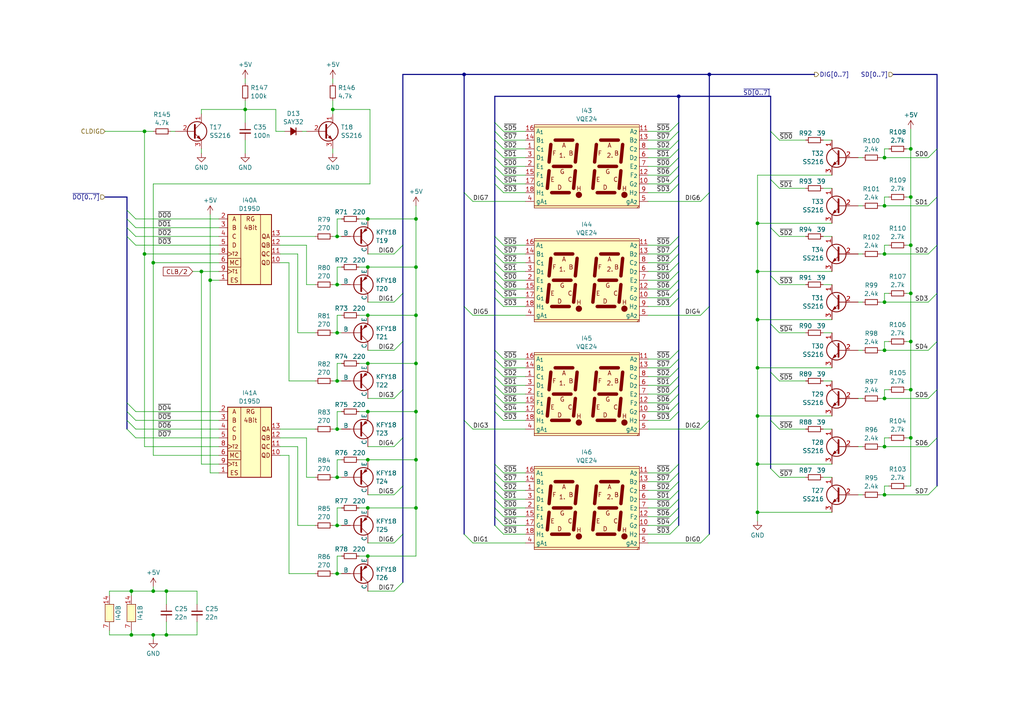
<source format=kicad_sch>
(kicad_sch (version 20230121) (generator eeschema)
  (paper "A4")
  (title_block (title "Display"))
  (junction (at 264.16 71.12))
  (junction (at 48.26 184.15))
  (junction (at 58.42 78.74))
  (junction (at 97.79 124.46))
  (junction (at 264.16 57.15))
  (junction (at 256.54 101.6))
  (junction (at 97.79 68.58))
  (junction (at 41.91 73.66))
  (junction (at 256.54 45.72))
  (junction (at 38.1 184.15))
  (junction (at 219.71 64.77))
  (junction (at 120.65 133.35))
  (junction (at 256.54 59.69))
  (junction (at 219.71 148.59))
  (junction (at 256.54 129.54))
  (junction (at 97.79 152.4))
  (junction (at 106.68 147.32))
  (junction (at 106.68 77.47))
  (junction (at 120.65 77.47))
  (junction (at 97.79 166.37))
  (junction (at 97.79 82.55))
  (junction (at 97.79 96.52))
  (junction (at 120.65 63.5))
  (junction (at 256.54 73.66))
  (junction (at 256.54 87.63))
  (junction (at 219.71 78.74))
  (junction (at 48.26 171.45))
  (junction (at 44.45 76.2))
  (junction (at 256.54 115.57))
  (junction (at 134.62 21.59))
  (junction (at 256.54 143.51))
  (junction (at 196.85 27.94))
  (junction (at 264.16 85.09))
  (junction (at 264.16 43.18))
  (junction (at 264.16 99.06))
  (junction (at 264.16 113.03))
  (junction (at 120.65 105.41))
  (junction (at 219.71 106.68))
  (junction (at 219.71 134.62))
  (junction (at 106.68 91.44))
  (junction (at 106.68 161.29))
  (junction (at 219.71 120.65))
  (junction (at 96.52 31.75))
  (junction (at 205.74 21.59))
  (junction (at 44.45 171.45))
  (junction (at 106.68 105.41))
  (junction (at 44.45 184.15))
  (junction (at 60.96 81.28))
  (junction (at 97.79 138.43))
  (junction (at 264.16 127))
  (junction (at 120.65 91.44))
  (junction (at 106.68 119.38))
  (junction (at 38.1 171.45))
  (junction (at 120.65 119.38))
  (junction (at 71.12 31.75))
  (junction (at 120.65 147.32))
  (junction (at 41.91 38.1))
  (junction (at 106.68 63.5))
  (junction (at 97.79 110.49))
  (junction (at 219.71 92.71))
  (junction (at 106.68 133.35))
  (bus_entry (at 36.83 124.46) (size 2.54 2.54))
  (bus_entry (at 223.52 93.98) (size 2.54 2.54))
  (bus_entry (at 143.51 40.64) (size 2.54 2.54))
  (bus_entry (at 36.83 68.58) (size 2.54 2.54))
  (bus_entry (at 196.85 139.7) (size -2.54 2.54))
  (bus_entry (at 116.84 113.03) (size -2.54 2.54))
  (bus_entry (at 271.78 127) (size -2.54 2.54))
  (bus_entry (at 36.83 63.5) (size 2.54 2.54))
  (bus_entry (at 134.62 55.88) (size 2.54 2.54))
  (bus_entry (at 36.83 119.38) (size 2.54 2.54))
  (bus_entry (at 271.78 57.15) (size -2.54 2.54))
  (bus_entry (at 134.62 154.94) (size 2.54 2.54))
  (bus_entry (at 196.85 147.32) (size -2.54 2.54))
  (bus_entry (at 271.78 85.09) (size -2.54 2.54))
  (bus_entry (at 196.85 101.6) (size -2.54 2.54))
  (bus_entry (at 143.51 104.14) (size 2.54 2.54))
  (bus_entry (at 205.74 121.92) (size -2.54 2.54))
  (bus_entry (at 196.85 43.18) (size -2.54 2.54))
  (bus_entry (at 271.78 71.12) (size -2.54 2.54))
  (bus_entry (at 143.51 106.68) (size 2.54 2.54))
  (bus_entry (at 116.84 154.94) (size -2.54 2.54))
  (bus_entry (at 36.83 66.04) (size 2.54 2.54))
  (bus_entry (at 143.51 81.28) (size 2.54 2.54))
  (bus_entry (at 116.84 85.09) (size -2.54 2.54))
  (bus_entry (at 116.84 99.06) (size -2.54 2.54))
  (bus_entry (at 143.51 144.78) (size 2.54 2.54))
  (bus_entry (at 196.85 45.72) (size -2.54 2.54))
  (bus_entry (at 196.85 104.14) (size -2.54 2.54))
  (bus_entry (at 143.51 43.18) (size 2.54 2.54))
  (bus_entry (at 205.74 154.94) (size -2.54 2.54))
  (bus_entry (at 196.85 86.36) (size -2.54 2.54))
  (bus_entry (at 116.84 140.97) (size -2.54 2.54))
  (bus_entry (at 196.85 38.1) (size -2.54 2.54))
  (bus_entry (at 196.85 114.3) (size -2.54 2.54))
  (bus_entry (at 196.85 144.78) (size -2.54 2.54))
  (bus_entry (at 143.51 86.36) (size 2.54 2.54))
  (bus_entry (at 116.84 71.12) (size -2.54 2.54))
  (bus_entry (at 196.85 106.68) (size -2.54 2.54))
  (bus_entry (at 143.51 152.4) (size 2.54 2.54))
  (bus_entry (at 143.51 78.74) (size 2.54 2.54))
  (bus_entry (at 223.52 52.07) (size 2.54 2.54))
  (bus_entry (at 196.85 40.64) (size -2.54 2.54))
  (bus_entry (at 223.52 38.1) (size 2.54 2.54))
  (bus_entry (at 196.85 142.24) (size -2.54 2.54))
  (bus_entry (at 143.51 114.3) (size 2.54 2.54))
  (bus_entry (at 116.84 127) (size -2.54 2.54))
  (bus_entry (at 196.85 111.76) (size -2.54 2.54))
  (bus_entry (at 205.74 55.88) (size -2.54 2.54))
  (bus_entry (at 196.85 134.62) (size -2.54 2.54))
  (bus_entry (at 134.62 88.9) (size 2.54 2.54))
  (bus_entry (at 143.51 109.22) (size 2.54 2.54))
  (bus_entry (at 196.85 109.22) (size -2.54 2.54))
  (bus_entry (at 196.85 119.38) (size -2.54 2.54))
  (bus_entry (at 223.52 66.04) (size 2.54 2.54))
  (bus_entry (at 134.62 121.92) (size 2.54 2.54))
  (bus_entry (at 143.51 68.58) (size 2.54 2.54))
  (bus_entry (at 143.51 71.12) (size 2.54 2.54))
  (bus_entry (at 143.51 50.8) (size 2.54 2.54))
  (bus_entry (at 196.85 78.74) (size -2.54 2.54))
  (bus_entry (at 196.85 68.58) (size -2.54 2.54))
  (bus_entry (at 196.85 81.28) (size -2.54 2.54))
  (bus_entry (at 196.85 53.34) (size -2.54 2.54))
  (bus_entry (at 143.51 137.16) (size 2.54 2.54))
  (bus_entry (at 143.51 35.56) (size 2.54 2.54))
  (bus_entry (at 196.85 71.12) (size -2.54 2.54))
  (bus_entry (at 196.85 152.4) (size -2.54 2.54))
  (bus_entry (at 196.85 116.84) (size -2.54 2.54))
  (bus_entry (at 196.85 83.82) (size -2.54 2.54))
  (bus_entry (at 223.52 80.01) (size 2.54 2.54))
  (bus_entry (at 223.52 135.89) (size 2.54 2.54))
  (bus_entry (at 196.85 76.2) (size -2.54 2.54))
  (bus_entry (at 143.51 134.62) (size 2.54 2.54))
  (bus_entry (at 196.85 73.66) (size -2.54 2.54))
  (bus_entry (at 36.83 121.92) (size 2.54 2.54))
  (bus_entry (at 223.52 107.95) (size 2.54 2.54))
  (bus_entry (at 196.85 50.8) (size -2.54 2.54))
  (bus_entry (at 143.51 45.72) (size 2.54 2.54))
  (bus_entry (at 143.51 73.66) (size 2.54 2.54))
  (bus_entry (at 143.51 53.34) (size 2.54 2.54))
  (bus_entry (at 143.51 119.38) (size 2.54 2.54))
  (bus_entry (at 143.51 147.32) (size 2.54 2.54))
  (bus_entry (at 271.78 99.06) (size -2.54 2.54))
  (bus_entry (at 196.85 137.16) (size -2.54 2.54))
  (bus_entry (at 143.51 149.86) (size 2.54 2.54))
  (bus_entry (at 143.51 83.82) (size 2.54 2.54))
  (bus_entry (at 271.78 113.03) (size -2.54 2.54))
  (bus_entry (at 36.83 60.96) (size 2.54 2.54))
  (bus_entry (at 143.51 111.76) (size 2.54 2.54))
  (bus_entry (at 196.85 48.26) (size -2.54 2.54))
  (bus_entry (at 116.84 168.91) (size -2.54 2.54))
  (bus_entry (at 143.51 48.26) (size 2.54 2.54))
  (bus_entry (at 143.51 101.6) (size 2.54 2.54))
  (bus_entry (at 271.78 140.97) (size -2.54 2.54))
  (bus_entry (at 196.85 149.86) (size -2.54 2.54))
  (bus_entry (at 271.78 43.18) (size -2.54 2.54))
  (bus_entry (at 143.51 116.84) (size 2.54 2.54))
  (bus_entry (at 143.51 76.2) (size 2.54 2.54))
  (bus_entry (at 143.51 38.1) (size 2.54 2.54))
  (bus_entry (at 36.83 116.84) (size 2.54 2.54))
  (bus_entry (at 223.52 121.92) (size 2.54 2.54))
  (bus_entry (at 205.74 88.9) (size -2.54 2.54))
  (bus_entry (at 196.85 35.56) (size -2.54 2.54))
  (bus_entry (at 143.51 139.7) (size 2.54 2.54))
  (bus_entry (at 143.51 142.24) (size 2.54 2.54))
  (wire (pts (xy 106.68 115.57) (xy 114.3 115.57)))
  (wire (pts (xy 88.9 127) (xy 88.9 138.43)))
  (wire (pts (xy 120.65 161.29) (xy 120.65 147.32)))
  (wire (pts (xy 38.1 182.88) (xy 38.1 184.15)))
  (wire (pts (xy 104.14 77.47) (xy 106.68 77.47)))
  (wire (pts (xy 146.05 119.38) (xy 152.4 119.38)))
  (bus (pts (xy 196.85 50.8) (xy 196.85 53.34)))
  (wire (pts (xy 264.16 113.03) (xy 264.16 127)))
  (wire (pts (xy 49.53 38.1) (xy 50.8 38.1)))
  (wire (pts (xy 97.79 91.44) (xy 97.79 96.52)))
  (wire (pts (xy 146.05 152.4) (xy 152.4 152.4)))
  (wire (pts (xy 30.48 38.1) (xy 41.91 38.1)))
  (wire (pts (xy 31.75 171.45) (xy 38.1 171.45)))
  (wire (pts (xy 38.1 171.45) (xy 38.1 172.72)))
  (wire (pts (xy 262.89 43.18) (xy 264.16 43.18)))
  (wire (pts (xy 44.45 171.45) (xy 44.45 170.18)))
  (bus (pts (xy 143.51 106.68) (xy 143.51 109.22)))
  (bus (pts (xy 196.85 71.12) (xy 196.85 73.66)))
  (wire (pts (xy 106.68 91.44) (xy 120.65 91.44)))
  (bus (pts (xy 143.51 104.14) (xy 143.51 106.68)))
  (wire (pts (xy 39.37 127) (xy 63.5 127)))
  (wire (pts (xy 31.75 184.15) (xy 38.1 184.15)))
  (wire (pts (xy 255.27 129.54) (xy 256.54 129.54)))
  (bus (pts (xy 223.52 66.04) (xy 223.52 80.01)))
  (wire (pts (xy 81.28 73.66) (xy 86.36 73.66)))
  (bus (pts (xy 196.85 83.82) (xy 196.85 86.36)))
  (wire (pts (xy 256.54 140.97) (xy 257.81 140.97)))
  (bus (pts (xy 271.78 99.06) (xy 271.78 113.03)))
  (wire (pts (xy 80.01 31.75) (xy 71.12 31.75)))
  (wire (pts (xy 256.54 71.12) (xy 257.81 71.12)))
  (bus (pts (xy 271.78 57.15) (xy 271.78 71.12)))
  (wire (pts (xy 83.82 166.37) (xy 91.44 166.37)))
  (wire (pts (xy 97.79 124.46) (xy 99.06 124.46)))
  (wire (pts (xy 219.71 134.62) (xy 219.71 148.59)))
  (wire (pts (xy 99.06 91.44) (xy 97.79 91.44)))
  (wire (pts (xy 146.05 121.92) (xy 152.4 121.92)))
  (wire (pts (xy 146.05 50.8) (xy 152.4 50.8)))
  (wire (pts (xy 146.05 111.76) (xy 152.4 111.76)))
  (wire (pts (xy 187.96 121.92) (xy 194.31 121.92)))
  (wire (pts (xy 187.96 43.18) (xy 194.31 43.18)))
  (wire (pts (xy 256.54 57.15) (xy 257.81 57.15)))
  (wire (pts (xy 187.96 53.34) (xy 194.31 53.34)))
  (wire (pts (xy 256.54 87.63) (xy 269.24 87.63)))
  (wire (pts (xy 44.45 132.08) (xy 63.5 132.08)))
  (bus (pts (xy 196.85 68.58) (xy 196.85 71.12)))
  (wire (pts (xy 58.42 134.62) (xy 63.5 134.62)))
  (bus (pts (xy 196.85 53.34) (xy 196.85 68.58)))
  (wire (pts (xy 187.96 81.28) (xy 194.31 81.28)))
  (wire (pts (xy 187.96 71.12) (xy 194.31 71.12)))
  (wire (pts (xy 187.96 149.86) (xy 194.31 149.86)))
  (wire (pts (xy 60.96 137.16) (xy 63.5 137.16)))
  (bus (pts (xy 196.85 78.74) (xy 196.85 81.28)))
  (wire (pts (xy 146.05 40.64) (xy 152.4 40.64)))
  (wire (pts (xy 248.92 143.51) (xy 250.19 143.51)))
  (wire (pts (xy 256.54 59.69) (xy 269.24 59.69)))
  (wire (pts (xy 248.92 87.63) (xy 250.19 87.63)))
  (bus (pts (xy 143.51 27.94) (xy 196.85 27.94)))
  (bus (pts (xy 196.85 35.56) (xy 196.85 38.1)))
  (bus (pts (xy 143.51 43.18) (xy 143.51 45.72)))
  (wire (pts (xy 264.16 99.06) (xy 264.16 113.03)))
  (wire (pts (xy 264.16 71.12) (xy 264.16 85.09)))
  (wire (pts (xy 146.05 38.1) (xy 152.4 38.1)))
  (bus (pts (xy 116.84 99.06) (xy 116.84 113.03)))
  (wire (pts (xy 146.05 53.34) (xy 152.4 53.34)))
  (wire (pts (xy 219.71 78.74) (xy 241.3 78.74)))
  (wire (pts (xy 226.06 96.52) (xy 233.68 96.52)))
  (wire (pts (xy 187.96 137.16) (xy 194.31 137.16)))
  (wire (pts (xy 83.82 76.2) (xy 83.82 110.49)))
  (bus (pts (xy 223.52 27.94) (xy 223.52 38.1)))
  (wire (pts (xy 146.05 73.66) (xy 152.4 73.66)))
  (wire (pts (xy 38.1 171.45) (xy 44.45 171.45)))
  (wire (pts (xy 96.52 31.75) (xy 96.52 33.02)))
  (wire (pts (xy 219.71 106.68) (xy 241.3 106.68)))
  (wire (pts (xy 146.05 104.14) (xy 152.4 104.14)))
  (wire (pts (xy 219.71 134.62) (xy 241.3 134.62)))
  (bus (pts (xy 196.85 111.76) (xy 196.85 114.3)))
  (wire (pts (xy 264.16 57.15) (xy 264.16 71.12)))
  (bus (pts (xy 205.74 21.59) (xy 205.74 55.88)))
  (bus (pts (xy 134.62 121.92) (xy 134.62 154.94)))
  (wire (pts (xy 248.92 59.69) (xy 250.19 59.69)))
  (wire (pts (xy 120.65 147.32) (xy 120.65 133.35)))
  (wire (pts (xy 106.68 171.45) (xy 114.3 171.45)))
  (wire (pts (xy 99.06 161.29) (xy 97.79 161.29)))
  (wire (pts (xy 255.27 87.63) (xy 256.54 87.63)))
  (wire (pts (xy 106.68 129.54) (xy 114.3 129.54)))
  (bus (pts (xy 196.85 86.36) (xy 196.85 101.6)))
  (wire (pts (xy 264.16 43.18) (xy 264.16 57.15)))
  (wire (pts (xy 86.36 129.54) (xy 86.36 152.4)))
  (wire (pts (xy 219.71 148.59) (xy 219.71 151.13)))
  (wire (pts (xy 97.79 152.4) (xy 96.52 152.4)))
  (wire (pts (xy 58.42 78.74) (xy 58.42 134.62)))
  (wire (pts (xy 146.05 88.9) (xy 152.4 88.9)))
  (bus (pts (xy 116.84 85.09) (xy 116.84 99.06)))
  (bus (pts (xy 134.62 55.88) (xy 134.62 88.9)))
  (bus (pts (xy 116.84 71.12) (xy 116.84 85.09)))
  (wire (pts (xy 44.45 76.2) (xy 63.5 76.2)))
  (bus (pts (xy 196.85 101.6) (xy 196.85 104.14)))
  (bus (pts (xy 196.85 73.66) (xy 196.85 76.2)))
  (wire (pts (xy 97.79 82.55) (xy 99.06 82.55)))
  (wire (pts (xy 256.54 129.54) (xy 256.54 127)))
  (wire (pts (xy 187.96 78.74) (xy 194.31 78.74)))
  (wire (pts (xy 256.54 87.63) (xy 256.54 85.09)))
  (wire (pts (xy 219.71 64.77) (xy 241.3 64.77)))
  (wire (pts (xy 107.315 53.34) (xy 44.45 53.34)))
  (wire (pts (xy 146.05 144.78) (xy 152.4 144.78)))
  (wire (pts (xy 83.82 132.08) (xy 83.82 166.37)))
  (wire (pts (xy 97.79 77.47) (xy 97.79 82.55)))
  (wire (pts (xy 256.54 115.57) (xy 269.24 115.57)))
  (wire (pts (xy 262.89 57.15) (xy 264.16 57.15)))
  (bus (pts (xy 143.51 142.24) (xy 143.51 144.78)))
  (wire (pts (xy 262.89 140.97) (xy 264.16 140.97)))
  (wire (pts (xy 88.9 71.12) (xy 88.9 82.55)))
  (wire (pts (xy 38.1 184.15) (xy 44.45 184.15)))
  (wire (pts (xy 39.37 71.12) (xy 63.5 71.12)))
  (wire (pts (xy 106.68 77.47) (xy 120.65 77.47)))
  (wire (pts (xy 120.65 133.35) (xy 120.65 119.38)))
  (wire (pts (xy 187.96 114.3) (xy 194.31 114.3)))
  (wire (pts (xy 226.06 68.58) (xy 233.68 68.58)))
  (wire (pts (xy 39.37 119.38) (xy 63.5 119.38)))
  (wire (pts (xy 256.54 73.66) (xy 269.24 73.66)))
  (wire (pts (xy 81.28 124.46) (xy 91.44 124.46)))
  (bus (pts (xy 196.85 116.84) (xy 196.85 119.38)))
  (wire (pts (xy 187.96 116.84) (xy 194.31 116.84)))
  (wire (pts (xy 57.15 171.45) (xy 48.26 171.45)))
  (bus (pts (xy 259.08 21.59) (xy 271.78 21.59)))
  (wire (pts (xy 99.06 147.32) (xy 97.79 147.32)))
  (wire (pts (xy 146.05 116.84) (xy 152.4 116.84)))
  (wire (pts (xy 81.28 132.08) (xy 83.82 132.08)))
  (wire (pts (xy 264.16 85.09) (xy 264.16 99.06)))
  (wire (pts (xy 97.79 110.49) (xy 99.06 110.49)))
  (wire (pts (xy 146.05 45.72) (xy 152.4 45.72)))
  (wire (pts (xy 106.68 143.51) (xy 114.3 143.51)))
  (wire (pts (xy 255.27 115.57) (xy 256.54 115.57)))
  (wire (pts (xy 219.71 120.65) (xy 241.3 120.65)))
  (bus (pts (xy 196.85 106.68) (xy 196.85 109.22)))
  (bus (pts (xy 116.84 127) (xy 116.84 140.97)))
  (bus (pts (xy 196.85 142.24) (xy 196.85 144.78)))
  (bus (pts (xy 196.85 137.16) (xy 196.85 139.7)))
  (bus (pts (xy 196.85 81.28) (xy 196.85 83.82)))
  (bus (pts (xy 143.51 139.7) (xy 143.51 142.24)))
  (wire (pts (xy 187.96 86.36) (xy 194.31 86.36)))
  (wire (pts (xy 81.28 127) (xy 88.9 127)))
  (wire (pts (xy 71.12 31.75) (xy 71.12 35.56)))
  (wire (pts (xy 262.89 113.03) (xy 264.16 113.03)))
  (bus (pts (xy 143.51 27.94) (xy 143.51 35.56)))
  (wire (pts (xy 57.15 184.15) (xy 57.15 180.34)))
  (bus (pts (xy 196.85 147.32) (xy 196.85 149.86)))
  (bus (pts (xy 223.52 121.92) (xy 223.52 135.89)))
  (wire (pts (xy 256.54 101.6) (xy 269.24 101.6)))
  (wire (pts (xy 44.45 53.34) (xy 44.45 76.2)))
  (bus (pts (xy 116.84 21.59) (xy 134.62 21.59)))
  (bus (pts (xy 196.85 27.94) (xy 223.52 27.94)))
  (wire (pts (xy 97.79 161.29) (xy 97.79 166.37)))
  (wire (pts (xy 256.54 45.72) (xy 269.24 45.72)))
  (wire (pts (xy 146.05 106.68) (xy 152.4 106.68)))
  (bus (pts (xy 143.51 76.2) (xy 143.51 78.74)))
  (wire (pts (xy 187.96 157.48) (xy 203.2 157.48)))
  (wire (pts (xy 226.06 138.43) (xy 233.68 138.43)))
  (wire (pts (xy 187.96 142.24) (xy 194.31 142.24)))
  (wire (pts (xy 97.79 152.4) (xy 99.06 152.4)))
  (wire (pts (xy 262.89 71.12) (xy 264.16 71.12)))
  (wire (pts (xy 81.28 71.12) (xy 88.9 71.12)))
  (wire (pts (xy 104.14 119.38) (xy 106.68 119.38)))
  (bus (pts (xy 205.74 88.9) (xy 205.74 121.92)))
  (wire (pts (xy 187.96 111.76) (xy 194.31 111.76)))
  (wire (pts (xy 80.01 38.1) (xy 80.01 31.75)))
  (bus (pts (xy 143.51 86.36) (xy 143.51 101.6)))
  (wire (pts (xy 39.37 63.5) (xy 63.5 63.5)))
  (wire (pts (xy 104.14 63.5) (xy 106.68 63.5)))
  (bus (pts (xy 196.85 48.26) (xy 196.85 50.8)))
  (wire (pts (xy 44.45 76.2) (xy 44.45 132.08)))
  (wire (pts (xy 187.96 48.26) (xy 194.31 48.26)))
  (bus (pts (xy 223.52 107.95) (xy 223.52 121.92)))
  (wire (pts (xy 97.79 166.37) (xy 96.52 166.37)))
  (wire (pts (xy 60.96 81.28) (xy 63.5 81.28)))
  (wire (pts (xy 187.96 106.68) (xy 194.31 106.68)))
  (bus (pts (xy 143.51 116.84) (xy 143.51 119.38)))
  (wire (pts (xy 96.52 29.21) (xy 96.52 31.75)))
  (wire (pts (xy 97.79 138.43) (xy 99.06 138.43)))
  (bus (pts (xy 271.78 21.59) (xy 271.78 43.18)))
  (bus (pts (xy 143.51 73.66) (xy 143.51 76.2)))
  (bus (pts (xy 271.78 127) (xy 271.78 140.97)))
  (bus (pts (xy 116.84 140.97) (xy 116.84 154.94)))
  (wire (pts (xy 81.28 68.58) (xy 91.44 68.58)))
  (bus (pts (xy 143.51 45.72) (xy 143.51 48.26)))
  (wire (pts (xy 219.71 64.77) (xy 219.71 78.74)))
  (bus (pts (xy 143.51 83.82) (xy 143.51 86.36)))
  (wire (pts (xy 96.52 31.75) (xy 107.315 31.75)))
  (wire (pts (xy 238.76 68.58) (xy 241.3 68.58)))
  (wire (pts (xy 48.26 171.45) (xy 48.26 175.26)))
  (wire (pts (xy 120.65 59.69) (xy 120.65 63.5)))
  (wire (pts (xy 60.96 62.23) (xy 60.96 81.28)))
  (bus (pts (xy 134.62 88.9) (xy 134.62 121.92)))
  (bus (pts (xy 196.85 38.1) (xy 196.85 40.64)))
  (bus (pts (xy 116.84 21.59) (xy 116.84 71.12)))
  (wire (pts (xy 107.315 31.75) (xy 107.315 53.34)))
  (wire (pts (xy 187.96 124.46) (xy 203.2 124.46)))
  (wire (pts (xy 187.96 91.44) (xy 203.2 91.44)))
  (bus (pts (xy 271.78 43.18) (xy 271.78 57.15)))
  (wire (pts (xy 106.68 119.38) (xy 120.65 119.38)))
  (wire (pts (xy 255.27 45.72) (xy 256.54 45.72)))
  (bus (pts (xy 36.83 116.84) (xy 36.83 119.38)))
  (bus (pts (xy 143.51 38.1) (xy 143.51 40.64)))
  (wire (pts (xy 31.75 172.72) (xy 31.75 171.45)))
  (wire (pts (xy 256.54 115.57) (xy 256.54 113.03)))
  (wire (pts (xy 104.14 91.44) (xy 106.68 91.44)))
  (wire (pts (xy 248.92 129.54) (xy 250.19 129.54)))
  (wire (pts (xy 97.79 147.32) (xy 97.79 152.4)))
  (wire (pts (xy 219.71 148.59) (xy 241.3 148.59)))
  (bus (pts (xy 143.51 109.22) (xy 143.51 111.76)))
  (wire (pts (xy 226.06 124.46) (xy 233.68 124.46)))
  (wire (pts (xy 146.05 154.94) (xy 152.4 154.94)))
  (wire (pts (xy 146.05 86.36) (xy 152.4 86.36)))
  (wire (pts (xy 146.05 137.16) (xy 152.4 137.16)))
  (wire (pts (xy 238.76 124.46) (xy 241.3 124.46)))
  (wire (pts (xy 41.91 73.66) (xy 63.5 73.66)))
  (wire (pts (xy 238.76 96.52) (xy 241.3 96.52)))
  (bus (pts (xy 271.78 85.09) (xy 271.78 99.06)))
  (wire (pts (xy 97.79 96.52) (xy 96.52 96.52)))
  (wire (pts (xy 255.27 143.51) (xy 256.54 143.51)))
  (bus (pts (xy 196.85 134.62) (xy 196.85 137.16)))
  (wire (pts (xy 106.68 63.5) (xy 120.65 63.5)))
  (wire (pts (xy 248.92 101.6) (xy 250.19 101.6)))
  (wire (pts (xy 256.54 127) (xy 257.81 127)))
  (wire (pts (xy 219.71 50.8) (xy 241.3 50.8)))
  (wire (pts (xy 137.16 58.42) (xy 152.4 58.42)))
  (wire (pts (xy 146.05 55.88) (xy 152.4 55.88)))
  (bus (pts (xy 116.84 113.03) (xy 116.84 127)))
  (wire (pts (xy 146.05 139.7) (xy 152.4 139.7)))
  (wire (pts (xy 57.15 175.26) (xy 57.15 171.45)))
  (wire (pts (xy 104.14 133.35) (xy 106.68 133.35)))
  (bus (pts (xy 134.62 21.59) (xy 205.74 21.59)))
  (wire (pts (xy 99.06 105.41) (xy 97.79 105.41)))
  (wire (pts (xy 31.75 182.88) (xy 31.75 184.15)))
  (wire (pts (xy 137.16 157.48) (xy 152.4 157.48)))
  (wire (pts (xy 39.37 124.46) (xy 63.5 124.46)))
  (wire (pts (xy 248.92 45.72) (xy 250.19 45.72)))
  (wire (pts (xy 55.88 78.74) (xy 58.42 78.74)))
  (wire (pts (xy 99.06 77.47) (xy 97.79 77.47)))
  (bus (pts (xy 205.74 55.88) (xy 205.74 88.9)))
  (bus (pts (xy 223.52 93.98) (xy 223.52 107.95)))
  (wire (pts (xy 146.05 78.74) (xy 152.4 78.74)))
  (wire (pts (xy 187.96 152.4) (xy 194.31 152.4)))
  (wire (pts (xy 97.79 68.58) (xy 99.06 68.58)))
  (wire (pts (xy 106.68 157.48) (xy 114.3 157.48)))
  (wire (pts (xy 264.16 127) (xy 264.16 140.97)))
  (wire (pts (xy 187.96 154.94) (xy 194.31 154.94)))
  (wire (pts (xy 39.37 68.58) (xy 63.5 68.58)))
  (wire (pts (xy 82.55 38.1) (xy 80.01 38.1)))
  (bus (pts (xy 143.51 71.12) (xy 143.51 73.66)))
  (wire (pts (xy 238.76 54.61) (xy 241.3 54.61)))
  (wire (pts (xy 219.71 120.65) (xy 219.71 134.62)))
  (bus (pts (xy 143.51 119.38) (xy 143.51 134.62)))
  (wire (pts (xy 97.79 110.49) (xy 96.52 110.49)))
  (wire (pts (xy 41.91 129.54) (xy 63.5 129.54)))
  (bus (pts (xy 143.51 68.58) (xy 143.51 71.12)))
  (wire (pts (xy 256.54 99.06) (xy 257.81 99.06)))
  (wire (pts (xy 44.45 184.15) (xy 44.45 185.42)))
  (bus (pts (xy 143.51 144.78) (xy 143.51 147.32)))
  (bus (pts (xy 196.85 27.94) (xy 196.85 35.56)))
  (bus (pts (xy 143.51 35.56) (xy 143.51 38.1)))
  (wire (pts (xy 96.52 43.18) (xy 96.52 44.45)))
  (wire (pts (xy 219.71 106.68) (xy 219.71 120.65)))
  (wire (pts (xy 86.36 152.4) (xy 91.44 152.4)))
  (wire (pts (xy 146.05 43.18) (xy 152.4 43.18)))
  (wire (pts (xy 256.54 143.51) (xy 256.54 140.97)))
  (wire (pts (xy 187.96 104.14) (xy 194.31 104.14)))
  (wire (pts (xy 187.96 73.66) (xy 194.31 73.66)))
  (wire (pts (xy 187.96 40.64) (xy 194.31 40.64)))
  (bus (pts (xy 143.51 114.3) (xy 143.51 116.84)))
  (wire (pts (xy 146.05 48.26) (xy 152.4 48.26)))
  (wire (pts (xy 97.79 96.52) (xy 99.06 96.52)))
  (wire (pts (xy 238.76 40.64) (xy 241.3 40.64)))
  (wire (pts (xy 58.42 78.74) (xy 63.5 78.74)))
  (wire (pts (xy 106.68 161.29) (xy 120.65 161.29)))
  (bus (pts (xy 36.83 119.38) (xy 36.83 121.92)))
  (wire (pts (xy 96.52 22.86) (xy 96.52 24.13)))
  (wire (pts (xy 99.06 133.35) (xy 97.79 133.35)))
  (wire (pts (xy 99.06 119.38) (xy 97.79 119.38)))
  (wire (pts (xy 44.45 171.45) (xy 48.26 171.45)))
  (bus (pts (xy 36.83 60.96) (xy 36.83 63.5)))
  (bus (pts (xy 143.51 147.32) (xy 143.51 149.86)))
  (bus (pts (xy 271.78 71.12) (xy 271.78 85.09)))
  (bus (pts (xy 36.83 121.92) (xy 36.83 124.46)))
  (wire (pts (xy 187.96 45.72) (xy 194.31 45.72)))
  (wire (pts (xy 256.54 73.66) (xy 256.54 71.12)))
  (wire (pts (xy 44.45 184.15) (xy 48.26 184.15)))
  (wire (pts (xy 146.05 149.86) (xy 152.4 149.86)))
  (bus (pts (xy 271.78 113.03) (xy 271.78 127)))
  (wire (pts (xy 146.05 71.12) (xy 152.4 71.12)))
  (wire (pts (xy 219.71 92.71) (xy 241.3 92.71)))
  (wire (pts (xy 86.36 73.66) (xy 86.36 96.52)))
  (bus (pts (xy 223.52 38.1) (xy 223.52 52.07)))
  (wire (pts (xy 256.54 113.03) (xy 257.81 113.03)))
  (bus (pts (xy 143.51 81.28) (xy 143.51 83.82)))
  (wire (pts (xy 97.79 105.41) (xy 97.79 110.49)))
  (wire (pts (xy 58.42 31.75) (xy 71.12 31.75)))
  (wire (pts (xy 187.96 88.9) (xy 194.31 88.9)))
  (wire (pts (xy 106.68 105.41) (xy 120.65 105.41)))
  (wire (pts (xy 106.68 133.35) (xy 120.65 133.35)))
  (wire (pts (xy 83.82 110.49) (xy 91.44 110.49)))
  (wire (pts (xy 86.36 96.52) (xy 91.44 96.52)))
  (bus (pts (xy 196.85 139.7) (xy 196.85 142.24)))
  (bus (pts (xy 196.85 45.72) (xy 196.85 48.26)))
  (wire (pts (xy 106.68 147.32) (xy 120.65 147.32)))
  (bus (pts (xy 143.51 111.76) (xy 143.51 114.3)))
  (wire (pts (xy 106.68 73.66) (xy 114.3 73.66)))
  (bus (pts (xy 196.85 144.78) (xy 196.85 147.32)))
  (wire (pts (xy 146.05 76.2) (xy 152.4 76.2)))
  (bus (pts (xy 143.51 134.62) (xy 143.51 137.16)))
  (wire (pts (xy 187.96 55.88) (xy 194.31 55.88)))
  (wire (pts (xy 187.96 76.2) (xy 194.31 76.2)))
  (wire (pts (xy 226.06 40.64) (xy 233.68 40.64)))
  (wire (pts (xy 219.71 78.74) (xy 219.71 92.71)))
  (bus (pts (xy 196.85 40.64) (xy 196.85 43.18)))
  (bus (pts (xy 196.85 114.3) (xy 196.85 116.84)))
  (wire (pts (xy 256.54 45.72) (xy 256.54 43.18)))
  (bus (pts (xy 116.84 154.94) (xy 116.84 168.91)))
  (bus (pts (xy 143.51 40.64) (xy 143.51 43.18)))
  (wire (pts (xy 71.12 22.86) (xy 71.12 24.13)))
  (wire (pts (xy 187.96 144.78) (xy 194.31 144.78)))
  (wire (pts (xy 120.65 91.44) (xy 120.65 105.41)))
  (wire (pts (xy 146.05 81.28) (xy 152.4 81.28)))
  (wire (pts (xy 87.63 38.1) (xy 88.9 38.1)))
  (wire (pts (xy 146.05 83.82) (xy 152.4 83.82)))
  (wire (pts (xy 187.96 50.8) (xy 194.31 50.8)))
  (bus (pts (xy 143.51 78.74) (xy 143.51 81.28)))
  (bus (pts (xy 36.83 63.5) (xy 36.83 66.04)))
  (wire (pts (xy 187.96 147.32) (xy 194.31 147.32)))
  (bus (pts (xy 143.51 48.26) (xy 143.51 50.8)))
  (wire (pts (xy 39.37 121.92) (xy 63.5 121.92)))
  (wire (pts (xy 238.76 110.49) (xy 241.3 110.49)))
  (wire (pts (xy 41.91 73.66) (xy 41.91 129.54)))
  (wire (pts (xy 226.06 82.55) (xy 233.68 82.55)))
  (wire (pts (xy 99.06 63.5) (xy 97.79 63.5)))
  (bus (pts (xy 143.51 137.16) (xy 143.51 139.7)))
  (wire (pts (xy 187.96 109.22) (xy 194.31 109.22)))
  (wire (pts (xy 88.9 82.55) (xy 91.44 82.55)))
  (wire (pts (xy 41.91 38.1) (xy 41.91 73.66)))
  (wire (pts (xy 104.14 105.41) (xy 106.68 105.41)))
  (wire (pts (xy 248.92 115.57) (xy 250.19 115.57)))
  (bus (pts (xy 134.62 21.59) (xy 134.62 55.88)))
  (wire (pts (xy 187.96 58.42) (xy 203.2 58.42)))
  (wire (pts (xy 97.79 133.35) (xy 97.79 138.43)))
  (bus (pts (xy 196.85 119.38) (xy 196.85 134.62)))
  (wire (pts (xy 137.16 91.44) (xy 152.4 91.44)))
  (wire (pts (xy 58.42 33.02) (xy 58.42 31.75)))
  (wire (pts (xy 104.14 161.29) (xy 106.68 161.29)))
  (wire (pts (xy 97.79 119.38) (xy 97.79 124.46)))
  (wire (pts (xy 97.79 82.55) (xy 96.52 82.55)))
  (wire (pts (xy 120.65 77.47) (xy 120.65 91.44)))
  (wire (pts (xy 81.28 76.2) (xy 83.82 76.2)))
  (wire (pts (xy 219.71 50.8) (xy 219.71 64.77)))
  (wire (pts (xy 255.27 73.66) (xy 256.54 73.66)))
  (wire (pts (xy 146.05 142.24) (xy 152.4 142.24)))
  (wire (pts (xy 146.05 147.32) (xy 152.4 147.32)))
  (bus (pts (xy 143.51 149.86) (xy 143.51 152.4)))
  (wire (pts (xy 88.9 138.43) (xy 91.44 138.43)))
  (wire (pts (xy 48.26 180.34) (xy 48.26 184.15)))
  (wire (pts (xy 262.89 127) (xy 264.16 127)))
  (wire (pts (xy 97.79 68.58) (xy 96.52 68.58)))
  (wire (pts (xy 97.79 63.5) (xy 97.79 68.58)))
  (wire (pts (xy 256.54 129.54) (xy 269.24 129.54)))
  (wire (pts (xy 219.71 92.71) (xy 219.71 106.68)))
  (bus (pts (xy 143.51 101.6) (xy 143.51 104.14)))
  (bus (pts (xy 196.85 43.18) (xy 196.85 45.72)))
  (bus (pts (xy 196.85 76.2) (xy 196.85 78.74)))
  (wire (pts (xy 255.27 59.69) (xy 256.54 59.69)))
  (bus (pts (xy 205.74 21.59) (xy 236.22 21.59)))
  (wire (pts (xy 39.37 66.04) (xy 63.5 66.04)))
  (bus (pts (xy 196.85 149.86) (xy 196.85 152.4)))
  (wire (pts (xy 60.96 81.28) (xy 60.96 137.16)))
  (wire (pts (xy 120.65 63.5) (xy 120.65 77.47)))
  (wire (pts (xy 97.79 166.37) (xy 99.06 166.37)))
  (bus (pts (xy 30.48 57.15) (xy 36.83 57.15)))
  (wire (pts (xy 97.79 138.43) (xy 96.52 138.43)))
  (wire (pts (xy 238.76 82.55) (xy 241.3 82.55)))
  (wire (pts (xy 256.54 59.69) (xy 256.54 57.15)))
  (wire (pts (xy 187.96 119.38) (xy 194.31 119.38)))
  (wire (pts (xy 48.26 184.15) (xy 57.15 184.15)))
  (wire (pts (xy 256.54 101.6) (xy 256.54 99.06)))
  (wire (pts (xy 238.76 138.43) (xy 241.3 138.43)))
  (wire (pts (xy 226.06 110.49) (xy 233.68 110.49)))
  (bus (pts (xy 36.83 68.58) (xy 36.83 116.84)))
  (bus (pts (xy 223.52 52.07) (xy 223.52 66.04)))
  (wire (pts (xy 146.05 114.3) (xy 152.4 114.3)))
  (wire (pts (xy 262.89 99.06) (xy 264.16 99.06)))
  (bus (pts (xy 196.85 104.14) (xy 196.85 106.68)))
  (wire (pts (xy 256.54 85.09) (xy 257.81 85.09)))
  (wire (pts (xy 255.27 101.6) (xy 256.54 101.6)))
  (bus (pts (xy 36.83 66.04) (xy 36.83 68.58)))
  (wire (pts (xy 146.05 109.22) (xy 152.4 109.22)))
  (wire (pts (xy 71.12 40.64) (xy 71.12 44.45)))
  (wire (pts (xy 71.12 29.21) (xy 71.12 31.75)))
  (wire (pts (xy 58.42 43.18) (xy 58.42 44.45)))
  (wire (pts (xy 97.79 124.46) (xy 96.52 124.46)))
  (bus (pts (xy 205.74 121.92) (xy 205.74 154.94)))
  (wire (pts (xy 262.89 85.09) (xy 264.16 85.09)))
  (wire (pts (xy 187.96 38.1) (xy 194.31 38.1)))
  (bus (pts (xy 36.83 57.15) (xy 36.83 60.96)))
  (bus (pts (xy 196.85 109.22) (xy 196.85 111.76)))
  (wire (pts (xy 256.54 43.18) (xy 257.81 43.18)))
  (bus (pts (xy 143.51 53.34) (xy 143.51 68.58)))
  (wire (pts (xy 104.14 147.32) (xy 106.68 147.32)))
  (wire (pts (xy 256.54 143.51) (xy 269.24 143.51)))
  (wire (pts (xy 106.68 101.6) (xy 114.3 101.6)))
  (wire (pts (xy 226.06 54.61) (xy 233.68 54.61)))
  (wire (pts (xy 248.92 73.66) (xy 250.19 73.66)))
  (wire (pts (xy 81.28 129.54) (xy 86.36 129.54)))
  (wire (pts (xy 187.96 83.82) (xy 194.31 83.82)))
  (wire (pts (xy 137.16 124.46) (xy 152.4 124.46)))
  (bus (pts (xy 143.51 50.8) (xy 143.51 53.34)))
  (wire (pts (xy 106.68 87.63) (xy 114.3 87.63)))
  (wire (pts (xy 120.65 105.41) (xy 120.65 119.38)))
  (wire (pts (xy 187.96 139.7) (xy 194.31 139.7)))
  (wire (pts (xy 264.16 37.465) (xy 264.16 43.18)))
  (wire (pts (xy 41.91 38.1) (xy 44.45 38.1)))
  (bus (pts (xy 223.52 80.01) (xy 223.52 93.98)))
  (label "SD2" (at 269.24 73.66 180))
  (label "~{SD5}" (at 194.31 137.16 180))
  (label "~{SD7}" (at 146.05 139.7 0))
  (label "~{SD3}" (at 146.05 55.88 0))
  (label "~{SD7}" (at 194.31 73.66 180))
  (label "~{SD7}" (at 146.05 106.68 0))
  (label "~{SD5}" (at 146.05 71.12 0))
  (label "~{SD6}" (at 146.05 116.84 0))
  (label "~{SD1}" (at 194.31 45.72 180))
  (label "DIG4" (at 114.3 129.54 180))
  (label "~{DO0}" (at 45.72 63.5 0))
  (label "SD0" (at 269.24 45.72 180))
  (label "~{SD6}" (at 146.05 50.8 0))
  (label "~{SD6}" (at 194.31 116.84 180))
  (label "DIG1" (at 114.3 87.63 180))
  (label "DIG6" (at 114.3 157.48 180))
  (label "DIG5" (at 137.16 91.44 0))
  (label "~{SD2}" (at 146.05 142.24 0))
  (label "DIG7" (at 114.3 171.45 180))
  (label "~{SD3}" (at 194.31 88.9 180))
  (label "~{SD0}" (at 146.05 147.32 0))
  (label "~{SD7}" (at 146.05 40.64 0))
  (label "~{SD1}" (at 146.05 144.78 0))
  (label "~{SD5}" (at 194.31 38.1 180))
  (label "~{SD2}" (at 226.06 68.58 0))
  (label "~{SD0}" (at 146.05 114.3 0))
  (label "SD3" (at 269.24 87.63 180))
  (label "~{SD4}" (at 194.31 86.36 180))
  (label "~{SD6}" (at 194.31 83.82 180))
  (label "DIG3" (at 137.16 124.46 0))
  (label "~{SD[0..7]}" (at 223.52 27.94 180))
  (label "DIG0" (at 114.3 73.66 180))
  (label "~{SD7}" (at 194.31 139.7 180))
  (label "~{SD2}" (at 194.31 76.2 180))
  (label "~{SD5}" (at 194.31 71.12 180))
  (label "~{SD4}" (at 146.05 119.38 0))
  (label "DIG2" (at 203.2 124.46 180))
  (label "SD7" (at 269.24 143.51 180))
  (label "~{SD4}" (at 146.05 86.36 0))
  (label "~{SD1}" (at 146.05 45.72 0))
  (label "~{SD1}" (at 146.05 78.74 0))
  (label "~{SD2}" (at 194.31 43.18 180))
  (label "DIG0" (at 203.2 157.48 180))
  (label "~{SD3}" (at 146.05 154.94 0))
  (label "~{SD3}" (at 146.05 121.92 0))
  (label "DIG2" (at 114.3 101.6 180))
  (label "DIG4" (at 203.2 91.44 180))
  (label "~{SD4}" (at 226.06 96.52 0))
  (label "DIG5" (at 114.3 143.51 180))
  (label "~{DO7}" (at 45.72 127 0))
  (label "SD6" (at 269.24 129.54 180))
  (label "~{DO4}" (at 45.72 119.38 0))
  (label "~{SD0}" (at 146.05 81.28 0))
  (label "~{SD0}" (at 194.31 81.28 180))
  (label "~{SD7}" (at 146.05 73.66 0))
  (label "SD1" (at 269.24 59.69 180))
  (label "~{SD1}" (at 194.31 144.78 180))
  (label "~{SD4}" (at 194.31 119.38 180))
  (label "~{SD6}" (at 146.05 149.86 0))
  (label "~{SD1}" (at 146.05 111.76 0))
  (label "~{SD0}" (at 194.31 114.3 180))
  (label "~{SD3}" (at 194.31 55.88 180))
  (label "~{SD6}" (at 226.06 124.46 0))
  (label "~{SD2}" (at 146.05 76.2 0))
  (label "~{SD6}" (at 146.05 83.82 0))
  (label "~{SD1}" (at 194.31 78.74 180))
  (label "~{SD4}" (at 146.05 53.34 0))
  (label "~{SD7}" (at 194.31 106.68 180))
  (label "~{DO6}" (at 45.72 124.46 0))
  (label "~{SD3}" (at 194.31 154.94 180))
  (label "~{SD0}" (at 194.31 48.26 180))
  (label "~{SD3}" (at 146.05 88.9 0))
  (label "~{SD5}" (at 194.31 104.14 180))
  (label "~{DO1}" (at 45.72 66.04 0))
  (label "~{SD6}" (at 194.31 50.8 180))
  (label "~{DO2}" (at 45.72 68.58 0))
  (label "~{SD7}" (at 226.06 138.43 0))
  (label "~{SD2}" (at 194.31 142.24 180))
  (label "~{SD4}" (at 146.05 152.4 0))
  (label "SD5" (at 269.24 115.57 180))
  (label "~{SD5}" (at 146.05 38.1 0))
  (label "~{SD7}" (at 194.31 40.64 180))
  (label "DIG7" (at 137.16 58.42 0))
  (label "~{SD4}" (at 194.31 53.34 180))
  (label "DIG3" (at 114.3 115.57 180))
  (label "~{SD5}" (at 146.05 137.16 0))
  (label "~{SD4}" (at 194.31 152.4 180))
  (label "~{SD3}" (at 226.06 82.55 0))
  (label "~{DO3}" (at 45.72 71.12 0))
  (label "~{SD1}" (at 194.31 111.76 180))
  (label "~{DO5}" (at 45.72 121.92 0))
  (label "~{SD5}" (at 226.06 110.49 0))
  (label "~{SD1}" (at 226.06 54.61 0))
  (label "~{SD2}" (at 146.05 43.18 0))
  (label "~{SD6}" (at 194.31 149.86 180))
  (label "~{SD2}" (at 194.31 109.22 180))
  (label "~{SD0}" (at 226.06 40.64 0))
  (label "~{SD0}" (at 146.05 48.26 0))
  (label "~{SD0}" (at 194.31 147.32 180))
  (label "~{SD2}" (at 146.05 109.22 0))
  (label "~{SD5}" (at 146.05 104.14 0))
  (label "~{SD3}" (at 194.31 121.92 180))
  (label "DIG1" (at 137.16 157.48 0))
  (label "DIG6" (at 203.2 58.42 180))
  (label "SD4" (at 269.24 101.6 180))
  (global_label "CLB{slash}2" (shape input) (at 55.88 78.74 180) (property "Intersheetrefs" "${INTERSHEET_REFS}" (effects hide)))
  (hierarchical_label "DIG[0..7]" (shape output) (at 236.22 21.59 0))
  (hierarchical_label "~{DO[0..7]}" (shape input) (at 30.48 57.15 180))
  (hierarchical_label "SD[0..7]" (shape input) (at 259.08 21.59 180))
  (hierarchical_label "CLDIG" (shape input) (at 30.48 38.1 180))
  (symbol (lib_id "Device:R_Small") (at 236.22 40.64 90) (unit 1)
    (property "Reference" "R92" (at 235.585 39.37 90) (effects (justify left top)))
    (property "Value" "39" (at 236.855 39.37 90) (effects (justify right top)))
  )
  (symbol (lib_id "Device:C_Small") (at 48.26 177.8 0) (unit 1)
    (property "Reference" "C25" (at 50.5841 176.5942 0) (effects (justify left)))
    (property "Value" "22n" (at 50.5841 179.0184 0) (effects (justify left)))
    (instances (project "pc880" (path "" (reference "C25") (unit 1)) (path "" (reference "C8") (unit 1)) (path "" (reference "C36") (unit 1))))
  )
  (symbol (lib_id "Device:R_Small") (at 252.73 87.63 90) (unit 1)
    (property "Reference" "R99" (at 252.73 82.7491 90))
    (property "Value" "2.4k" (at 252.73 85.1733 90))
  )
  (symbol (lib_id "Device:R_Small") (at 252.73 45.72 90) (unit 1)
    (property "Reference" "R100" (at 252.73 40.8391 90))
    (property "Value" "2.4k" (at 252.73 43.2633 90))
  )
  (symbol (lib_id "Device:C_Small") (at 57.15 177.8 0) (unit 1)
    (property "Reference" "C25" (at 59.4741 176.5942 0) (effects (justify left)))
    (property "Value" "22n" (at 59.4741 179.0184 0) (effects (justify left)))
    (instances (project "pc880" (path "" (reference "C25") (unit 1)) (path "" (reference "C8") (unit 1)) (path "" (reference "C37") (unit 1))))
  )
  (symbol (lib_id "power:+5V") (at 96.52 22.86 0) (unit 1)
    (property "Reference" "#PWR071" (effects hide))
    (property "Value" "+5V" (at 96.52 18.7269 0))
  )
  (symbol (lib_id "Simulation_SPICE:PNP") (at 104.14 138.43 0) (mirror x) (unit 1)
    (property "Reference" "T24" (at 108.9914 139.6421 0) (effects (justify left)))
    (property "Value" "KFY18" (at 108.9914 137.2179 0) (effects (justify left)))
    (property "Sim.Device" "PNP" (effects hide))
    (property "Sim.Type" "GUMMELPOON" (effects hide))
    (property "Sim.Pins" "1=C 2=B 3=E" (effects hide))
  )
  (symbol (lib_id "Device:R_Small") (at 93.98 138.43 90) (unit 1)
    (property "Reference" "R84" (at 93.98 133.5491 90))
    (property "Value" "270" (at 93.98 135.9733 90))
  )
  (symbol (lib_id "Device:R_Small") (at 260.35 43.18 90) (unit 1)
    (property "Reference" "R108" (at 260.35 38.2991 90))
    (property "Value" "2.7k" (at 260.35 40.7233 90))
  )
  (symbol (lib_id "power:GND") (at 58.42 44.45 0) (unit 1)
    (property "Reference" "#PWR067" (effects hide))
    (property "Value" "GND" (at 58.42 48.5831 0))
  )
  (symbol (lib_id "RFT_Transistoren_und_Dioden:SS216") (at 243.84 45.72 0) (mirror y) (unit 1)
    (property "Reference" "T32" (at 238.9887 44.5079 0) (effects (justify left)))
    (property "Value" "SS216" (at 238.9887 46.9321 0) (effects (justify left)))
    (property "Footprint" "RFT_sonstiges:T_E-Line_P2.5mm_Vertical" (effects hide))
    (property "Datasheet" "https://www-user.tu-chemnitz.de/~heha/basteln/Konsumg%C3%BCter/DDR-Halbleiter/ss216.gif" (effects hide))
  )
  (symbol (lib_id "Device:R_Small") (at 71.12 26.67 0) (unit 1)
    (property "Reference" "R147" (at 72.6186 25.4579 0) (effects (justify left)))
    (property "Value" "100k" (at 72.6186 27.8821 0) (effects (justify left)))
  )
  (symbol (lib_id "Device:R_Small") (at 252.73 115.57 90) (unit 1)
    (property "Reference" "R97" (at 252.73 110.6891 90))
    (property "Value" "2.4k" (at 252.73 113.1133 90))
  )
  (symbol (lib_id "Simulation_SPICE:PNP") (at 104.14 124.46 0) (mirror x) (unit 1)
    (property "Reference" "T23" (at 108.9914 125.6721 0) (effects (justify left)))
    (property "Value" "KFY18" (at 108.9914 123.2479 0) (effects (justify left)))
    (property "Sim.Device" "PNP" (effects hide))
    (property "Sim.Type" "GUMMELPOON" (effects hide))
    (property "Sim.Pins" "1=C 2=B 3=E" (effects hide))
  )
  (symbol (lib_id "Device:R_Small") (at 101.6 77.47 90) (unit 1)
    (property "Reference" "R72" (at 100.965 76.2 90) (effects (justify left top)))
    (property "Value" "220" (at 102.235 76.2 90) (effects (justify right top)))
  )
  (symbol (lib_id "RFT_Digitalschaltkreise:D195D") (at 72.39 72.39 0) (unit 1)
    (property "Reference" "I40" (at 72.39 58.0857 0))
    (property "Value" "D195D" (at 72.39 60.5099 0))
    (property "Datasheet" "https://www-user.tu-chemnitz.de/~heha/basteln/Konsumg%C3%BCter/DDR-Halbleiter/d195.gif" (effects hide))
  )
  (symbol (lib_id "RFT_Optoelektronik:VQE24") (at 170.18 49.53 0) (unit 1)
    (property "Reference" "I43" (at 170.18 32.1015 0))
    (property "Value" "VQE24" (at 170.18 34.5257 0))
    (property "Datasheet" "https://www-user.tu-chemnitz.de/~heha/basteln/Konsumg%C3%BCter/DDR-Halbleiter/vqe21.gif" (effects hide))
  )
  (symbol (lib_id "Device:R_Small") (at 236.22 138.43 90) (unit 1)
    (property "Reference" "R87" (at 235.585 137.16 90) (effects (justify left top)))
    (property "Value" "39" (at 236.855 137.16 90) (effects (justify right top)))
  )
  (symbol (lib_id "Simulation_SPICE:PNP") (at 104.14 68.58 0) (mirror x) (unit 1)
    (property "Reference" "T19" (at 108.9914 69.7921 0) (effects (justify left)))
    (property "Value" "KFY18" (at 108.9914 67.3679 0) (effects (justify left)))
    (property "Sim.Device" "PNP" (effects hide))
    (property "Sim.Type" "GUMMELPOON" (effects hide))
    (property "Sim.Pins" "1=C 2=B 3=E" (effects hide))
  )
  (symbol (lib_id "power:GND") (at 44.45 185.42 0) (unit 1)
    (property "Reference" "#PWR076" (effects hide))
    (property "Value" "GND" (at 44.45 189.5531 0))
  )
  (symbol (lib_id "Device:R_Small") (at 101.6 119.38 90) (unit 1)
    (property "Reference" "R75" (at 100.965 118.11 90) (effects (justify left top)))
    (property "Value" "220" (at 102.235 118.11 90) (effects (justify right top)))
  )
  (symbol (lib_id "RFT_Transistoren_und_Dioden:SS216") (at 243.84 73.66 0) (mirror y) (unit 1)
    (property "Reference" "T34" (at 238.9887 72.4479 0) (effects (justify left)))
    (property "Value" "SS216" (at 238.9887 74.8721 0) (effects (justify left)))
    (property "Footprint" "RFT_sonstiges:T_E-Line_P2.5mm_Vertical" (effects hide))
    (property "Datasheet" "https://www-user.tu-chemnitz.de/~heha/basteln/Konsumg%C3%BCter/DDR-Halbleiter/ss216.gif" (effects hide))
  )
  (symbol (lib_id "Simulation_SPICE:PNP") (at 104.14 152.4 0) (mirror x) (unit 1)
    (property "Reference" "T25" (at 108.9914 153.6121 0) (effects (justify left)))
    (property "Value" "KFY18" (at 108.9914 151.1879 0) (effects (justify left)))
    (property "Sim.Device" "PNP" (effects hide))
    (property "Sim.Type" "GUMMELPOON" (effects hide))
    (property "Sim.Pins" "1=C 2=B 3=E" (effects hide))
  )
  (symbol (lib_id "RFT_Optoelektronik:VQE24") (at 170.18 148.59 0) (unit 1)
    (property "Reference" "I46" (at 170.18 131.1615 0))
    (property "Value" "VQE24" (at 170.18 133.5857 0))
    (property "Datasheet" "https://www-user.tu-chemnitz.de/~heha/basteln/Konsumg%C3%BCter/DDR-Halbleiter/vqe21.gif" (effects hide))
  )
  (symbol (lib_id "Device:C_Small") (at 71.12 38.1 0) (unit 1)
    (property "Reference" "C35" (at 73.4441 36.8942 0) (effects (justify left)))
    (property "Value" "100n" (at 73.4441 39.3184 0) (effects (justify left)))
  )
  (symbol (lib_id "power:+5V") (at 120.65 59.69 0) (unit 1)
    (property "Reference" "#PWR073" (effects hide))
    (property "Value" "+5V" (at 120.65 55.5569 0))
  )
  (symbol (lib_id "power:GND") (at 219.71 151.13 0) (unit 1)
    (property "Reference" "#PWR075" (effects hide))
    (property "Value" "GND" (at 219.71 155.2631 0))
  )
  (symbol (lib_id "RFT_Optoelektronik:VQE24") (at 170.18 115.57 0) (unit 1)
    (property "Reference" "I45" (at 170.18 98.1415 0))
    (property "Value" "VQE24" (at 170.18 100.5657 0))
    (property "Datasheet" "https://www-user.tu-chemnitz.de/~heha/basteln/Konsumg%C3%BCter/DDR-Halbleiter/vqe21.gif" (effects hide))
  )
  (symbol (lib_id "Device:R_Small") (at 93.98 124.46 90) (unit 1)
    (property "Reference" "R83" (at 93.98 119.5791 90))
    (property "Value" "270" (at 93.98 122.0033 90))
  )
  (symbol (lib_id "Device:R_Small") (at 93.98 152.4 90) (unit 1)
    (property "Reference" "R85" (at 93.98 147.5191 90))
    (property "Value" "270" (at 93.98 149.9433 90))
  )
  (symbol (lib_id "Device:R_Small") (at 260.35 113.03 90) (unit 1)
    (property "Reference" "R105" (at 260.35 108.1491 90))
    (property "Value" "2.7k" (at 260.35 110.5733 90))
  )
  (symbol (lib_id "Device:R_Small") (at 46.99 38.1 90) (unit 1)
    (property "Reference" "R145" (at 46.99 33.2191 90))
    (property "Value" "4.7k" (at 46.99 35.6433 90))
  )
  (symbol (lib_id "Device:R_Small") (at 236.22 96.52 90) (unit 1)
    (property "Reference" "R90" (at 235.585 95.25 90) (effects (justify left top)))
    (property "Value" "39" (at 236.855 95.25 90) (effects (justify right top)))
  )
  (symbol (lib_id "Device:R_Small") (at 260.35 85.09 90) (unit 1)
    (property "Reference" "R107" (at 260.35 80.2091 90))
    (property "Value" "2.7k" (at 260.35 82.6333 90))
  )
  (symbol (lib_id "Device:R_Small") (at 260.35 140.97 90) (unit 1)
    (property "Reference" "R103" (at 260.35 136.0891 90))
    (property "Value" "2.7k" (at 260.35 138.5133 90))
  )
  (symbol (lib_id "Device:R_Small") (at 252.73 143.51 90) (unit 1)
    (property "Reference" "R95" (at 252.73 138.6291 90))
    (property "Value" "2.4k" (at 252.73 141.0533 90))
  )
  (symbol (lib_id "RFT_Optoelektronik:VQE24") (at 170.18 82.55 0) (unit 1)
    (property "Reference" "I44" (at 170.18 65.1215 0))
    (property "Value" "VQE24" (at 170.18 67.5457 0))
    (property "Datasheet" "https://www-user.tu-chemnitz.de/~heha/basteln/Konsumg%C3%BCter/DDR-Halbleiter/vqe21.gif" (effects hide))
  )
  (symbol (lib_id "Simulation_SPICE:PNP") (at 104.14 166.37 0) (mirror x) (unit 1)
    (property "Reference" "T26" (at 108.9914 167.5821 0) (effects (justify left)))
    (property "Value" "KFY18" (at 108.9914 165.1579 0) (effects (justify left)))
    (property "Sim.Device" "PNP" (effects hide))
    (property "Sim.Type" "GUMMELPOON" (effects hide))
    (property "Sim.Pins" "1=C 2=B 3=E" (effects hide))
  )
  (symbol (lib_id "Device:R_Small") (at 236.22 68.58 90) (unit 1)
    (property "Reference" "R94" (at 235.585 67.31 90) (effects (justify left top)))
    (property "Value" "39" (at 236.855 67.31 90) (effects (justify right top)))
  )
  (symbol (lib_id "RFT_Transistoren_und_Dioden:SS216") (at 93.98 38.1 0) (unit 1)
    (property "Reference" "T18" (at 98.8314 36.8879 0) (effects (justify left)))
    (property "Value" "SS216" (at 98.8314 39.3121 0) (effects (justify left)))
    (property "Footprint" "RFT_sonstiges:T_E-Line_P2.5mm_Vertical" (effects hide))
    (property "Datasheet" "https://www-user.tu-chemnitz.de/~heha/basteln/Konsumg%C3%BCter/DDR-Halbleiter/ss216.gif" (effects hide))
  )
  (symbol (lib_id "RFT_Transistoren_und_Dioden:SS216") (at 243.84 115.57 0) (mirror y) (unit 1)
    (property "Reference" "T29" (at 238.9887 114.3579 0) (effects (justify left)))
    (property "Value" "SS216" (at 238.9887 116.7821 0) (effects (justify left)))
    (property "Footprint" "RFT_sonstiges:T_E-Line_P2.5mm_Vertical" (effects hide))
    (property "Datasheet" "https://www-user.tu-chemnitz.de/~heha/basteln/Konsumg%C3%BCter/DDR-Halbleiter/ss216.gif" (effects hide))
  )
  (symbol (lib_id "Device:R_Small") (at 252.73 101.6 90) (unit 1)
    (property "Reference" "R98" (at 252.73 96.7191 90))
    (property "Value" "2.4k" (at 252.73 99.1433 90))
  )
  (symbol (lib_id "Device:R_Small") (at 93.98 166.37 90) (unit 1)
    (property "Reference" "R86" (at 93.98 161.4891 90))
    (property "Value" "270" (at 93.98 163.9133 90))
  )
  (symbol (lib_id "power:GND") (at 96.52 44.45 0) (unit 1)
    (property "Reference" "#PWR069" (effects hide))
    (property "Value" "GND" (at 96.52 48.5831 0))
  )
  (symbol (lib_id "RFT_Transistoren_und_Dioden:SS216") (at 243.84 59.69 0) (mirror y) (unit 1)
    (property "Reference" "T33" (at 238.9887 58.4779 0) (effects (justify left)))
    (property "Value" "SS216" (at 238.9887 60.9021 0) (effects (justify left)))
    (property "Footprint" "RFT_sonstiges:T_E-Line_P2.5mm_Vertical" (effects hide))
    (property "Datasheet" "https://www-user.tu-chemnitz.de/~heha/basteln/Konsumg%C3%BCter/DDR-Halbleiter/ss216.gif" (effects hide))
  )
  (symbol (lib_id "power:GND") (at 71.12 44.45 0) (unit 1)
    (property "Reference" "#PWR068" (effects hide))
    (property "Value" "GND" (at 71.12 48.5831 0))
  )
  (symbol (lib_id "Device:R_Small") (at 236.22 54.61 90) (unit 1)
    (property "Reference" "R93" (at 235.585 53.34 90) (effects (justify left top)))
    (property "Value" "39" (at 236.855 53.34 90) (effects (justify right top)))
  )
  (symbol (lib_id "Device:R_Small") (at 101.6 161.29 90) (unit 1)
    (property "Reference" "R78" (at 100.965 160.02 90) (effects (justify left top)))
    (property "Value" "220" (at 102.235 160.02 90) (effects (justify right top)))
  )
  (symbol (lib_id "RFT_Digitalschaltkreise:D195D") (at 38.1 177.8 0) (unit 2)
    (property "Reference" "I41" (at 40.64 177.8 90))
    (property "Value" "D195D" (effects hide))
    (property "Datasheet" "https://www-user.tu-chemnitz.de/~heha/basteln/Konsumg%C3%BCter/DDR-Halbleiter/d195.gif" (effects hide))
  )
  (symbol (lib_id "Device:R_Small") (at 252.73 129.54 90) (unit 1)
    (property "Reference" "R96" (at 252.73 124.6591 90))
    (property "Value" "2.4k" (at 252.73 127.0833 90))
  )
  (symbol (lib_id "RFT_Digitalschaltkreise:D195D") (at 31.75 177.8 0) (unit 2)
    (property "Reference" "I40" (at 34.29 177.8 90))
    (property "Value" "D195D" (effects hide))
    (property "Datasheet" "https://www-user.tu-chemnitz.de/~heha/basteln/Konsumg%C3%BCter/DDR-Halbleiter/d195.gif" (effects hide))
  )
  (symbol (lib_id "Device:R_Small") (at 252.73 59.69 90) (unit 1)
    (property "Reference" "R101" (at 252.73 54.8091 90))
    (property "Value" "2.4k" (at 252.73 57.2333 90))
  )
  (symbol (lib_id "RFT_Transistoren_und_Dioden:SAY32") (at 85.09 38.1 180) (unit 1)
    (property "Reference" "D13" (at 85.09 32.9397 0))
    (property "Value" "SAY32" (at 85.09 35.3639 0))
    (property "Footprint" "RFT_sonstiges:D_E-Line_01x02_P2.5mm_Vertical_KA" (effects hide))
    (property "Datasheet" "https://www-user.tu-chemnitz.de/~heha/basteln/Konsumg%C3%BCter/DDR-Halbleiter/say30.gif" (effects hide))
  )
  (symbol (lib_id "power:+5V") (at 71.12 22.86 0) (unit 1)
    (property "Reference" "#PWR070" (effects hide))
    (property "Value" "+5V" (at 71.12 18.7269 0))
  )
  (symbol (lib_id "Device:R_Small") (at 260.35 127 90) (unit 1)
    (property "Reference" "R104" (at 260.35 122.1191 90))
    (property "Value" "2.7k" (at 260.35 124.5433 90))
  )
  (symbol (lib_id "Simulation_SPICE:PNP") (at 104.14 82.55 0) (mirror x) (unit 1)
    (property "Reference" "T20" (at 108.9914 83.7621 0) (effects (justify left)))
    (property "Value" "KFY18" (at 108.9914 81.3379 0) (effects (justify left)))
    (property "Sim.Device" "PNP" (effects hide))
    (property "Sim.Type" "GUMMELPOON" (effects hide))
    (property "Sim.Pins" "1=C 2=B 3=E" (effects hide))
  )
  (symbol (lib_id "Device:R_Small") (at 101.6 105.41 90) (unit 1)
    (property "Reference" "R74" (at 100.965 104.14 90) (effects (justify left top)))
    (property "Value" "220" (at 102.235 104.14 90) (effects (justify right top)))
  )
  (symbol (lib_id "RFT_Transistoren_und_Dioden:SS216") (at 243.84 143.51 0) (mirror y) (unit 1)
    (property "Reference" "T27" (at 238.9887 142.2979 0) (effects (justify left)))
    (property "Value" "SS216" (at 238.9887 144.7221 0) (effects (justify left)))
    (property "Footprint" "RFT_sonstiges:T_E-Line_P2.5mm_Vertical" (effects hide))
    (property "Datasheet" "https://www-user.tu-chemnitz.de/~heha/basteln/Konsumg%C3%BCter/DDR-Halbleiter/ss216.gif" (effects hide))
  )
  (symbol (lib_id "RFT_Digitalschaltkreise:D195D") (at 72.39 128.27 0) (unit 1)
    (property "Reference" "I41" (at 72.39 113.9657 0))
    (property "Value" "D195D" (at 72.39 116.3899 0))
    (property "Datasheet" "https://www-user.tu-chemnitz.de/~heha/basteln/Konsumg%C3%BCter/DDR-Halbleiter/d195.gif" (effects hide))
  )
  (symbol (lib_id "Device:R_Small") (at 96.52 26.67 0) (unit 1)
    (property "Reference" "R146" (at 98.0186 25.4579 0) (effects (justify left)))
    (property "Value" "4.7k" (at 98.0186 27.8821 0) (effects (justify left)))
  )
  (symbol (lib_id "RFT_Transistoren_und_Dioden:SS216") (at 243.84 129.54 0) (mirror y) (unit 1)
    (property "Reference" "T28" (at 238.9887 128.3279 0) (effects (justify left)))
    (property "Value" "SS216" (at 238.9887 130.7521 0) (effects (justify left)))
    (property "Footprint" "RFT_sonstiges:T_E-Line_P2.5mm_Vertical" (effects hide))
    (property "Datasheet" "https://www-user.tu-chemnitz.de/~heha/basteln/Konsumg%C3%BCter/DDR-Halbleiter/ss216.gif" (effects hide))
  )
  (symbol (lib_id "RFT_Transistoren_und_Dioden:SS216") (at 55.88 38.1 0) (unit 1)
    (property "Reference" "T17" (at 60.7314 36.8879 0) (effects (justify left)))
    (property "Value" "SS216" (at 60.7314 39.3121 0) (effects (justify left)))
    (property "Footprint" "RFT_sonstiges:T_E-Line_P2.5mm_Vertical" (effects hide))
    (property "Datasheet" "https://www-user.tu-chemnitz.de/~heha/basteln/Konsumg%C3%BCter/DDR-Halbleiter/ss216.gif" (effects hide))
  )
  (symbol (lib_id "Device:R_Small") (at 260.35 71.12 90) (unit 1)
    (property "Reference" "R110" (at 260.35 66.2391 90))
    (property "Value" "2.7k" (at 260.35 68.6633 90))
  )
  (symbol (lib_id "RFT_Transistoren_und_Dioden:SS216") (at 243.84 101.6 0) (mirror y) (unit 1)
    (property "Reference" "T30" (at 238.9887 100.3879 0) (effects (justify left)))
    (property "Value" "SS216" (at 238.9887 102.8121 0) (effects (justify left)))
    (property "Footprint" "RFT_sonstiges:T_E-Line_P2.5mm_Vertical" (effects hide))
    (property "Datasheet" "https://www-user.tu-chemnitz.de/~heha/basteln/Konsumg%C3%BCter/DDR-Halbleiter/ss216.gif" (effects hide))
  )
  (symbol (lib_id "Simulation_SPICE:PNP") (at 104.14 96.52 0) (mirror x) (unit 1)
    (property "Reference" "T21" (at 108.9914 97.7321 0) (effects (justify left)))
    (property "Value" "KFY18" (at 108.9914 95.3079 0) (effects (justify left)))
    (property "Sim.Device" "PNP" (effects hide))
    (property "Sim.Type" "GUMMELPOON" (effects hide))
    (property "Sim.Pins" "1=C 2=B 3=E" (effects hide))
  )
  (symbol (lib_id "Device:R_Small") (at 93.98 96.52 90) (unit 1)
    (property "Reference" "R81" (at 93.98 91.6391 90))
    (property "Value" "270" (at 93.98 94.0633 90))
  )
  (symbol (lib_id "power:+5V") (at 264.16 37.465 0) (unit 1)
    (property "Reference" "#PWR074" (effects hide))
    (property "Value" "+5V" (at 264.16 33.3319 0))
  )
  (symbol (lib_id "Device:R_Small") (at 260.35 57.15 90) (unit 1)
    (property "Reference" "R109" (at 260.35 52.2691 90))
    (property "Value" "2.7k" (at 260.35 54.6933 90))
  )
  (symbol (lib_id "Device:R_Small") (at 236.22 124.46 90) (unit 1)
    (property "Reference" "R88" (at 235.585 123.19 90) (effects (justify left top)))
    (property "Value" "39" (at 236.855 123.19 90) (effects (justify right top)))
  )
  (symbol (lib_id "Device:R_Small") (at 93.98 68.58 90) (unit 1)
    (property "Reference" "R79" (at 93.98 63.6991 90))
    (property "Value" "270" (at 93.98 66.1233 90))
  )
  (symbol (lib_id "Device:R_Small") (at 260.35 99.06 90) (unit 1)
    (property "Reference" "R106" (at 260.35 94.1791 90))
    (property "Value" "2.7k" (at 260.35 96.6033 90))
  )
  (symbol (lib_id "Device:R_Small") (at 93.98 82.55 90) (unit 1)
    (property "Reference" "R80" (at 93.98 77.6691 90))
    (property "Value" "270" (at 93.98 80.0933 90))
  )
  (symbol (lib_id "Device:R_Small") (at 236.22 110.49 90) (unit 1)
    (property "Reference" "R89" (at 235.585 109.22 90) (effects (justify left top)))
    (property "Value" "39" (at 236.855 109.22 90) (effects (justify right top)))
  )
  (symbol (lib_id "Simulation_SPICE:PNP") (at 104.14 110.49 0) (mirror x) (unit 1)
    (property "Reference" "T22" (at 108.9914 111.7021 0) (effects (justify left)))
    (property "Value" "KFY18" (at 108.9914 109.2779 0) (effects (justify left)))
    (property "Sim.Device" "PNP" (effects hide))
    (property "Sim.Type" "GUMMELPOON" (effects hide))
    (property "Sim.Pins" "1=C 2=B 3=E" (effects hide))
  )
  (symbol (lib_id "RFT_Transistoren_und_Dioden:SS216") (at 243.84 87.63 0) (mirror y) (unit 1)
    (property "Reference" "T31" (at 238.9887 86.4179 0) (effects (justify left)))
    (property "Value" "SS216" (at 238.9887 88.8421 0) (effects (justify left)))
    (property "Footprint" "RFT_sonstiges:T_E-Line_P2.5mm_Vertical" (effects hide))
    (property "Datasheet" "https://www-user.tu-chemnitz.de/~heha/basteln/Konsumg%C3%BCter/DDR-Halbleiter/ss216.gif" (effects hide))
  )
  (symbol (lib_id "Device:R_Small") (at 236.22 82.55 90) (unit 1)
    (property "Reference" "R91" (at 235.585 81.28 90) (effects (justify left top)))
    (property "Value" "39" (at 236.855 81.28 90) (effects (justify right top)))
  )
  (symbol (lib_id "Device:R_Small") (at 252.73 73.66 90) (unit 1)
    (property "Reference" "R102" (at 252.73 68.7791 90))
    (property "Value" "2.4k" (at 252.73 71.2033 90))
  )
  (symbol (lib_id "Device:R_Small") (at 101.6 63.5 90) (unit 1)
    (property "Reference" "R71" (at 100.965 62.23 90) (effects (justify left top)))
    (property "Value" "220" (at 102.235 62.23 90) (effects (justify right top)))
  )
  (symbol (lib_id "Device:R_Small") (at 101.6 133.35 90) (unit 1)
    (property "Reference" "R76" (at 100.965 132.08 90) (effects (justify left top)))
    (property "Value" "220" (at 102.235 132.08 90) (effects (justify right top)))
  )
  (symbol (lib_id "power:+5V") (at 44.45 170.18 0) (unit 1)
    (property "Reference" "#PWR077" (effects hide))
    (property "Value" "+5V" (at 44.45 166.0469 0))
  )
  (symbol (lib_id "Device:R_Small") (at 101.6 91.44 90) (unit 1)
    (property "Reference" "R73" (at 100.965 90.17 90) (effects (justify left top)))
    (property "Value" "220" (at 102.235 90.17 90) (effects (justify right top)))
  )
  (symbol (lib_id "Device:R_Small") (at 101.6 147.32 90) (unit 1)
    (property "Reference" "R77" (at 100.965 146.05 90) (effects (justify left top)))
    (property "Value" "220" (at 102.235 146.05 90) (effects (justify right top)))
  )
  (symbol (lib_id "Device:R_Small") (at 93.98 110.49 90) (unit 1)
    (property "Reference" "R82" (at 93.98 105.6091 90))
    (property "Value" "270" (at 93.98 108.0333 90))
  )
  (symbol (lib_id "power:+5V") (at 60.96 62.23 0) (unit 1)
    (property "Reference" "#PWR072" (effects hide))
    (property "Value" "+5V" (at 60.96 58.0969 0))
  )
)
</source>
